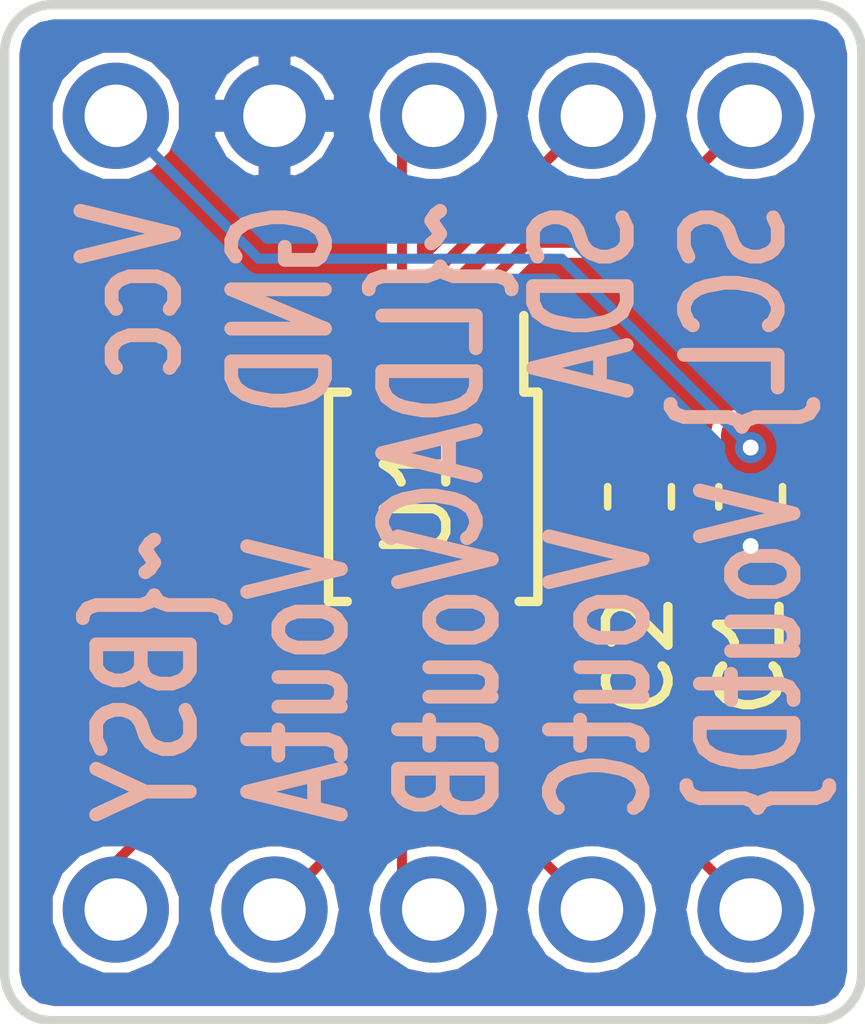
<source format=kicad_pcb>
(kicad_pcb (version 20171130) (host pcbnew 5.0.0)

  (general
    (thickness 1.6)
    (drawings 11)
    (tracks 34)
    (zones 0)
    (modules 5)
    (nets 11)
  )

  (page A4)
  (layers
    (0 F.Cu signal)
    (31 B.Cu signal)
    (32 B.Adhes user)
    (33 F.Adhes user)
    (34 B.Paste user)
    (35 F.Paste user)
    (36 B.SilkS user)
    (37 F.SilkS user)
    (38 B.Mask user)
    (39 F.Mask user)
    (40 Dwgs.User user)
    (41 Cmts.User user)
    (42 Eco1.User user)
    (43 Eco2.User user)
    (44 Edge.Cuts user)
    (45 Margin user)
    (46 B.CrtYd user)
    (47 F.CrtYd user)
    (48 B.Fab user)
    (49 F.Fab user hide)
  )

  (setup
    (last_trace_width 0.16)
    (trace_clearance 0.16)
    (zone_clearance 0.16)
    (zone_45_only no)
    (trace_min 0.16)
    (segment_width 0.2)
    (edge_width 0.15)
    (via_size 0.5)
    (via_drill 0.254)
    (via_min_size 0.4)
    (via_min_drill 0.254)
    (uvia_size 0.3)
    (uvia_drill 0.1)
    (uvias_allowed no)
    (uvia_min_size 0.2)
    (uvia_min_drill 0.1)
    (pcb_text_width 0.3)
    (pcb_text_size 1.5 1.5)
    (mod_edge_width 0.15)
    (mod_text_size 1 1)
    (mod_text_width 0.15)
    (pad_size 1.7 1.7)
    (pad_drill 1)
    (pad_to_mask_clearance 0.0508)
    (aux_axis_origin 0 0)
    (visible_elements FFFFFF7F)
    (pcbplotparams
      (layerselection 0x010fc_ffffffff)
      (usegerberextensions false)
      (usegerberattributes false)
      (usegerberadvancedattributes false)
      (creategerberjobfile false)
      (excludeedgelayer true)
      (linewidth 0.100000)
      (plotframeref false)
      (viasonmask false)
      (mode 1)
      (useauxorigin false)
      (hpglpennumber 1)
      (hpglpenspeed 20)
      (hpglpendiameter 15.000000)
      (psnegative false)
      (psa4output false)
      (plotreference true)
      (plotvalue true)
      (plotinvisibletext false)
      (padsonsilk false)
      (subtractmaskfromsilk false)
      (outputformat 1)
      (mirror false)
      (drillshape 0)
      (scaleselection 1)
      (outputdirectory "MCP4728-Breakout"))
  )

  (net 0 "")
  (net 1 /Vcc)
  (net 2 /GND)
  (net 3 /SDA)
  (net 4 /SCL)
  (net 5 /~BSY)
  (net 6 /VoutA)
  (net 7 /VoutB)
  (net 8 /VoutC)
  (net 9 /VoutD)
  (net 10 /~LDAC)

  (net_class Default "This is the default net class."
    (clearance 0.16)
    (trace_width 0.16)
    (via_dia 0.5)
    (via_drill 0.254)
    (uvia_dia 0.3)
    (uvia_drill 0.1)
    (add_net /GND)
    (add_net /SCL)
    (add_net /SDA)
    (add_net /Vcc)
    (add_net /VoutA)
    (add_net /VoutB)
    (add_net /VoutC)
    (add_net /VoutD)
    (add_net /~BSY)
    (add_net /~LDAC)
  )

  (module Connector_PinHeader_2.54mm:PinHeader_1x05_P2.54mm_Vertical (layer F.Cu) (tedit 5DEF439C) (tstamp 5DEF608F)
    (at 17.78 35.56 90)
    (descr "Through hole straight pin header, 1x05, 2.54mm pitch, single row")
    (tags "Through hole pin header THT 1x05 2.54mm single row")
    (path /5DEF4680)
    (fp_text reference J1 (at 0 -2.33 90) (layer F.SilkS) hide
      (effects (font (size 1 1) (thickness 0.15)))
    )
    (fp_text value Conn_01x05_Male (at 0 12.49 90) (layer F.Fab)
      (effects (font (size 1 1) (thickness 0.15)))
    )
    (fp_line (start -0.635 -1.27) (end 1.27 -1.27) (layer F.Fab) (width 0.1))
    (fp_line (start 1.27 -1.27) (end 1.27 11.43) (layer F.Fab) (width 0.1))
    (fp_line (start 1.27 11.43) (end -1.27 11.43) (layer F.Fab) (width 0.1))
    (fp_line (start -1.27 -0.635) (end -0.635 -1.27) (layer F.Fab) (width 0.1))
    (fp_line (start -1.8 -1.8) (end -1.8 11.95) (layer F.CrtYd) (width 0.05))
    (fp_line (start -1.8 11.95) (end 1.8 11.95) (layer F.CrtYd) (width 0.05))
    (fp_line (start 1.8 11.95) (end 1.8 -1.8) (layer F.CrtYd) (width 0.05))
    (fp_line (start 1.8 -1.8) (end -1.8 -1.8) (layer F.CrtYd) (width 0.05))
    (fp_text user %R (at 0 5.08 180) (layer F.Fab)
      (effects (font (size 1 1) (thickness 0.15)))
    )
    (pad 1 thru_hole circle (at 0 0 90) (size 1.7 1.7) (drill 1) (layers *.Cu *.Mask)
      (net 5 /~BSY))
    (pad 2 thru_hole oval (at 0 2.54 90) (size 1.7 1.7) (drill 1) (layers *.Cu *.Mask)
      (net 6 /VoutA))
    (pad 3 thru_hole oval (at 0 5.08 90) (size 1.7 1.7) (drill 1) (layers *.Cu *.Mask)
      (net 7 /VoutB))
    (pad 4 thru_hole oval (at 0 7.62 90) (size 1.7 1.7) (drill 1) (layers *.Cu *.Mask)
      (net 8 /VoutC))
    (pad 5 thru_hole oval (at 0 10.16 90) (size 1.7 1.7) (drill 1) (layers *.Cu *.Mask)
      (net 9 /VoutD))
    (model ${KISYS3DMOD}/Connector_PinHeader_2.54mm.3dshapes/PinHeader_1x05_P2.54mm_Vertical.wrl
      (at (xyz 0 0 0))
      (scale (xyz 1 1 1))
      (rotate (xyz 0 0 0))
    )
  )

  (module Connector_PinHeader_2.54mm:PinHeader_1x05_P2.54mm_Vertical (layer F.Cu) (tedit 5DEF437A) (tstamp 5DEF60A8)
    (at 17.78 22.86 90)
    (descr "Through hole straight pin header, 1x05, 2.54mm pitch, single row")
    (tags "Through hole pin header THT 1x05 2.54mm single row")
    (path /5DEF478E)
    (fp_text reference J2 (at 0 -2.33 90) (layer F.SilkS) hide
      (effects (font (size 1 1) (thickness 0.15)))
    )
    (fp_text value Conn_01x05_Male (at 0 12.49 90) (layer F.Fab)
      (effects (font (size 1 1) (thickness 0.15)))
    )
    (fp_text user %R (at 0 5.08 180) (layer F.Fab)
      (effects (font (size 1 1) (thickness 0.15)))
    )
    (fp_line (start 1.8 -1.8) (end -1.8 -1.8) (layer F.CrtYd) (width 0.05))
    (fp_line (start 1.8 11.95) (end 1.8 -1.8) (layer F.CrtYd) (width 0.05))
    (fp_line (start -1.8 11.95) (end 1.8 11.95) (layer F.CrtYd) (width 0.05))
    (fp_line (start -1.8 -1.8) (end -1.8 11.95) (layer F.CrtYd) (width 0.05))
    (fp_line (start -1.27 -0.635) (end -0.635 -1.27) (layer F.Fab) (width 0.1))
    (fp_line (start 1.27 11.43) (end -1.27 11.43) (layer F.Fab) (width 0.1))
    (fp_line (start 1.27 -1.27) (end 1.27 11.43) (layer F.Fab) (width 0.1))
    (fp_line (start -0.635 -1.27) (end 1.27 -1.27) (layer F.Fab) (width 0.1))
    (pad 5 thru_hole oval (at 0 10.16 90) (size 1.7 1.7) (drill 1) (layers *.Cu *.Mask)
      (net 4 /SCL))
    (pad 4 thru_hole oval (at 0 7.62 90) (size 1.7 1.7) (drill 1) (layers *.Cu *.Mask)
      (net 3 /SDA))
    (pad 3 thru_hole oval (at 0 5.08 90) (size 1.7 1.7) (drill 1) (layers *.Cu *.Mask)
      (net 10 /~LDAC))
    (pad 2 thru_hole oval (at 0 2.54 90) (size 1.7 1.7) (drill 1) (layers *.Cu *.Mask)
      (net 2 /GND))
    (pad 1 thru_hole circle (at 0 0 90) (size 1.7 1.7) (drill 1) (layers *.Cu *.Mask)
      (net 1 /Vcc))
    (model ${KISYS3DMOD}/Connector_PinHeader_2.54mm.3dshapes/PinHeader_1x05_P2.54mm_Vertical.wrl
      (at (xyz 0 0 0))
      (scale (xyz 1 1 1))
      (rotate (xyz 0 0 0))
    )
  )

  (module Capacitor_SMD:C_0603_1608Metric (layer F.Cu) (tedit 5DEF410F) (tstamp 5DEF6076)
    (at 27.94 28.956 270)
    (descr "Capacitor SMD 0603 (1608 Metric), square (rectangular) end terminal, IPC_7351 nominal, (Body size source: http://www.tortai-tech.com/upload/download/2011102023233369053.pdf), generated with kicad-footprint-generator")
    (tags capacitor)
    (path /5DEF41A2)
    (attr smd)
    (fp_text reference C1 (at 2.54 0 90) (layer F.SilkS)
      (effects (font (size 1 1) (thickness 0.15)))
    )
    (fp_text value 10uF (at 0 1.43 270) (layer F.Fab)
      (effects (font (size 1 1) (thickness 0.15)))
    )
    (fp_line (start -0.8 0.4) (end -0.8 -0.4) (layer F.Fab) (width 0.1))
    (fp_line (start -0.8 -0.4) (end 0.8 -0.4) (layer F.Fab) (width 0.1))
    (fp_line (start 0.8 -0.4) (end 0.8 0.4) (layer F.Fab) (width 0.1))
    (fp_line (start 0.8 0.4) (end -0.8 0.4) (layer F.Fab) (width 0.1))
    (fp_line (start -0.162779 -0.51) (end 0.162779 -0.51) (layer F.SilkS) (width 0.12))
    (fp_line (start -0.162779 0.51) (end 0.162779 0.51) (layer F.SilkS) (width 0.12))
    (fp_line (start -1.48 0.73) (end -1.48 -0.73) (layer F.CrtYd) (width 0.05))
    (fp_line (start -1.48 -0.73) (end 1.48 -0.73) (layer F.CrtYd) (width 0.05))
    (fp_line (start 1.48 -0.73) (end 1.48 0.73) (layer F.CrtYd) (width 0.05))
    (fp_line (start 1.48 0.73) (end -1.48 0.73) (layer F.CrtYd) (width 0.05))
    (fp_text user %R (at 0 0 270) (layer F.Fab)
      (effects (font (size 0.4 0.4) (thickness 0.06)))
    )
    (pad 1 smd roundrect (at -0.7875 0 270) (size 0.875 0.95) (layers F.Cu F.Paste F.Mask) (roundrect_rratio 0.25)
      (net 1 /Vcc))
    (pad 2 smd roundrect (at 0.7875 0 270) (size 0.875 0.95) (layers F.Cu F.Paste F.Mask) (roundrect_rratio 0.25)
      (net 2 /GND))
    (model ${KISYS3DMOD}/Capacitor_SMD.3dshapes/C_0603_1608Metric.wrl
      (at (xyz 0 0 0))
      (scale (xyz 1 1 1))
      (rotate (xyz 0 0 0))
    )
  )

  (module Package_SO:MSOP-10_3x3mm_P0.5mm (layer F.Cu) (tedit 5DEF411A) (tstamp 5DEF60C7)
    (at 22.86 28.956 270)
    (descr "10-Lead Plastic Micro Small Outline Package (MS) [MSOP] (see Microchip Packaging Specification 00000049BS.pdf)")
    (tags "SSOP 0.5")
    (path /5DEF3CBD)
    (attr smd)
    (fp_text reference U1 (at 0 0.254 270) (layer F.SilkS)
      (effects (font (size 1 1) (thickness 0.15)))
    )
    (fp_text value MCP4728 (at 0 2.6 270) (layer F.Fab)
      (effects (font (size 1 1) (thickness 0.15)))
    )
    (fp_line (start -0.5 -1.5) (end 1.5 -1.5) (layer F.Fab) (width 0.15))
    (fp_line (start 1.5 -1.5) (end 1.5 1.5) (layer F.Fab) (width 0.15))
    (fp_line (start 1.5 1.5) (end -1.5 1.5) (layer F.Fab) (width 0.15))
    (fp_line (start -1.5 1.5) (end -1.5 -0.5) (layer F.Fab) (width 0.15))
    (fp_line (start -1.5 -0.5) (end -0.5 -1.5) (layer F.Fab) (width 0.15))
    (fp_line (start -3.15 -1.85) (end -3.15 1.85) (layer F.CrtYd) (width 0.05))
    (fp_line (start 3.15 -1.85) (end 3.15 1.85) (layer F.CrtYd) (width 0.05))
    (fp_line (start -3.15 -1.85) (end 3.15 -1.85) (layer F.CrtYd) (width 0.05))
    (fp_line (start -3.15 1.85) (end 3.15 1.85) (layer F.CrtYd) (width 0.05))
    (fp_line (start -1.675 -1.675) (end -1.675 -1.45) (layer F.SilkS) (width 0.15))
    (fp_line (start 1.675 -1.675) (end 1.675 -1.375) (layer F.SilkS) (width 0.15))
    (fp_line (start 1.675 1.675) (end 1.675 1.375) (layer F.SilkS) (width 0.15))
    (fp_line (start -1.675 1.675) (end -1.675 1.375) (layer F.SilkS) (width 0.15))
    (fp_line (start -1.675 -1.675) (end 1.675 -1.675) (layer F.SilkS) (width 0.15))
    (fp_line (start -1.675 1.675) (end 1.675 1.675) (layer F.SilkS) (width 0.15))
    (fp_line (start -1.675 -1.45) (end -2.9 -1.45) (layer F.SilkS) (width 0.15))
    (fp_text user %R (at 0 0 270) (layer F.Fab)
      (effects (font (size 0.6 0.6) (thickness 0.15)))
    )
    (pad 1 smd rect (at -2.2 -1 270) (size 1.4 0.3) (layers F.Cu F.Paste F.Mask)
      (net 1 /Vcc))
    (pad 2 smd rect (at -2.2 -0.5 270) (size 1.4 0.3) (layers F.Cu F.Paste F.Mask)
      (net 4 /SCL))
    (pad 3 smd rect (at -2.2 0 270) (size 1.4 0.3) (layers F.Cu F.Paste F.Mask)
      (net 3 /SDA))
    (pad 4 smd rect (at -2.2 0.5 270) (size 1.4 0.3) (layers F.Cu F.Paste F.Mask)
      (net 10 /~LDAC))
    (pad 5 smd rect (at -2.2 1 270) (size 1.4 0.3) (layers F.Cu F.Paste F.Mask)
      (net 5 /~BSY))
    (pad 6 smd rect (at 2.2 1 270) (size 1.4 0.3) (layers F.Cu F.Paste F.Mask)
      (net 6 /VoutA))
    (pad 7 smd rect (at 2.2 0.5 270) (size 1.4 0.3) (layers F.Cu F.Paste F.Mask)
      (net 7 /VoutB))
    (pad 8 smd rect (at 2.2 0 270) (size 1.4 0.3) (layers F.Cu F.Paste F.Mask)
      (net 8 /VoutC))
    (pad 9 smd rect (at 2.2 -0.5 270) (size 1.4 0.3) (layers F.Cu F.Paste F.Mask)
      (net 9 /VoutD))
    (pad 10 smd rect (at 2.2 -1 270) (size 1.4 0.3) (layers F.Cu F.Paste F.Mask)
      (net 2 /GND))
    (model ${KISYS3DMOD}/Package_SO.3dshapes/MSOP-10_3x3mm_P0.5mm.wrl
      (at (xyz 0 0 0))
      (scale (xyz 1 1 1))
      (rotate (xyz 0 0 0))
    )
  )

  (module Capacitor_SMD:C_0603_1608Metric (layer F.Cu) (tedit 5DEF4112) (tstamp 5DEF75FD)
    (at 26.162 28.956 270)
    (descr "Capacitor SMD 0603 (1608 Metric), square (rectangular) end terminal, IPC_7351 nominal, (Body size source: http://www.tortai-tech.com/upload/download/2011102023233369053.pdf), generated with kicad-footprint-generator")
    (tags capacitor)
    (path /5D1C4E71)
    (attr smd)
    (fp_text reference C2 (at 2.54 0 270) (layer F.SilkS)
      (effects (font (size 1 1) (thickness 0.15)))
    )
    (fp_text value 1uF (at 0 1.43 270) (layer F.Fab)
      (effects (font (size 1 1) (thickness 0.15)))
    )
    (fp_line (start -0.8 0.4) (end -0.8 -0.4) (layer F.Fab) (width 0.1))
    (fp_line (start -0.8 -0.4) (end 0.8 -0.4) (layer F.Fab) (width 0.1))
    (fp_line (start 0.8 -0.4) (end 0.8 0.4) (layer F.Fab) (width 0.1))
    (fp_line (start 0.8 0.4) (end -0.8 0.4) (layer F.Fab) (width 0.1))
    (fp_line (start -0.162779 -0.51) (end 0.162779 -0.51) (layer F.SilkS) (width 0.12))
    (fp_line (start -0.162779 0.51) (end 0.162779 0.51) (layer F.SilkS) (width 0.12))
    (fp_line (start -1.48 0.73) (end -1.48 -0.73) (layer F.CrtYd) (width 0.05))
    (fp_line (start -1.48 -0.73) (end 1.48 -0.73) (layer F.CrtYd) (width 0.05))
    (fp_line (start 1.48 -0.73) (end 1.48 0.73) (layer F.CrtYd) (width 0.05))
    (fp_line (start 1.48 0.73) (end -1.48 0.73) (layer F.CrtYd) (width 0.05))
    (fp_text user %R (at 0 0 270) (layer F.Fab)
      (effects (font (size 0.4 0.4) (thickness 0.06)))
    )
    (pad 1 smd roundrect (at -0.7875 0 270) (size 0.875 0.95) (layers F.Cu F.Paste F.Mask) (roundrect_rratio 0.25)
      (net 1 /Vcc))
    (pad 2 smd roundrect (at 0.7875 0 270) (size 0.875 0.95) (layers F.Cu F.Paste F.Mask) (roundrect_rratio 0.25)
      (net 2 /GND))
    (model ${KISYS3DMOD}/Capacitor_SMD.3dshapes/C_0603_1608Metric.wrl
      (at (xyz 0 0 0))
      (scale (xyz 1 1 1))
      (rotate (xyz 0 0 0))
    )
  )

  (gr_text "Vcc\nGND\n~LDAC\nSDA\nSCL" (at 22.86 24.13 90) (layer B.SilkS) (tstamp 5DEFA318)
    (effects (font (size 1.5 1.1) (thickness 0.22)) (justify left mirror))
  )
  (gr_line (start 28.956 37.338) (end 16.764 37.338) (angle 90) (layer Edge.Cuts) (width 0.15))
  (gr_line (start 16.764 21.082) (end 28.956 21.082) (angle 90) (layer Edge.Cuts) (width 0.15))
  (gr_text MCP4728 (at 17.272 28.956 90) (layer F.Mask)
    (effects (font (size 1 1) (thickness 0.2)))
  )
  (gr_text "~BSY\nVoutA\nVoutB\nVoutC\nVoutD" (at 23.114 34.29 90) (layer B.SilkS)
    (effects (font (size 1.5 1.1) (thickness 0.22)) (justify right mirror))
  )
  (gr_line (start 16.002 36.576) (end 16.002 21.844) (angle 90) (layer Edge.Cuts) (width 0.15))
  (gr_line (start 29.718 21.844) (end 29.718 36.576) (angle 90) (layer Edge.Cuts) (width 0.15))
  (gr_arc (start 16.764 21.844) (end 16.002 21.844) (angle 90) (layer Edge.Cuts) (width 0.15))
  (gr_arc (start 28.956 21.844) (end 28.956 21.082) (angle 90) (layer Edge.Cuts) (width 0.15))
  (gr_arc (start 16.764 36.576) (end 16.764 37.338) (angle 90) (layer Edge.Cuts) (width 0.15))
  (gr_arc (start 28.956 36.576) (end 29.718 36.576) (angle 90) (layer Edge.Cuts) (width 0.15))

  (segment (start 26.162 28.1685) (end 27.94 28.1685) (width 0.16) (layer F.Cu) (net 1) (status C00000))
  (segment (start 20.066 25.146) (end 17.78 22.86) (width 0.16) (layer B.Cu) (net 1) (tstamp 5DEFA356) (status 800000))
  (segment (start 24.9175 25.146) (end 20.066 25.146) (width 0.16) (layer B.Cu) (net 1) (tstamp 5DEFA354))
  (segment (start 27.94 28.1685) (end 24.9175 25.146) (width 0.16) (layer B.Cu) (net 1) (tstamp 5DEFA353) (status 400000))
  (via (at 27.94 28.1685) (size 0.5) (drill 0.254) (layers F.Cu B.Cu) (net 1) (status C00000))
  (segment (start 26.162 28.1685) (end 24.7495 26.756) (width 0.16) (layer F.Cu) (net 1) (tstamp 5DEFA34A) (status 400000))
  (segment (start 24.7495 26.756) (end 23.86 26.756) (width 0.16) (layer F.Cu) (net 1) (tstamp 5DEFA34B) (status 800000))
  (segment (start 27.94 29.7435) (end 26.162 29.7435) (width 0.16) (layer F.Cu) (net 2) (status C00000))
  (segment (start 26.162 29.7435) (end 24.7495 31.156) (width 0.16) (layer F.Cu) (net 2) (tstamp 5DEFA345) (status 400000))
  (segment (start 24.7495 31.156) (end 23.86 31.156) (width 0.16) (layer F.Cu) (net 2) (tstamp 5DEFA346) (status 800000))
  (via (at 27.94 29.7435) (size 0.5) (drill 0.254) (layers F.Cu B.Cu) (net 2) (status C00000))
  (segment (start 27.94 29.7435) (end 27.94 29.718) (width 0.16) (layer B.Cu) (net 2) (tstamp 5DEFA362) (status 400000))
  (segment (start 22.86 26.756) (end 22.86 25.4) (width 0.16) (layer F.Cu) (net 3) (status 400000))
  (segment (start 22.86 25.4) (end 25.4 22.86) (width 0.16) (layer F.Cu) (net 3) (tstamp 5DEFA33E) (status 800000))
  (segment (start 23.36 26.756) (end 23.36 25.916) (width 0.16) (layer F.Cu) (net 4) (status 400000))
  (segment (start 25.908 24.892) (end 27.94 22.86) (width 0.16) (layer F.Cu) (net 4) (tstamp 5DEFA33A) (status 800000))
  (segment (start 24.384 24.892) (end 25.908 24.892) (width 0.16) (layer F.Cu) (net 4) (tstamp 5DEFA338))
  (segment (start 23.36 25.916) (end 24.384 24.892) (width 0.16) (layer F.Cu) (net 4) (tstamp 5DEFA337))
  (segment (start 17.78 35.56) (end 17.78 34.798) (width 0.16) (layer F.Cu) (net 5) (status C00000))
  (segment (start 20.828 27.788) (end 21.86 26.756) (width 0.16) (layer F.Cu) (net 5) (tstamp 5DEFA5F8) (status 800000))
  (segment (start 20.828 31.75) (end 20.828 27.788) (width 0.16) (layer F.Cu) (net 5) (tstamp 5DEFA5F6))
  (segment (start 17.78 34.798) (end 20.828 31.75) (width 0.16) (layer F.Cu) (net 5) (tstamp 5DEFA5F4) (status 400000))
  (segment (start 21.86 31.156) (end 21.86 34.02) (width 0.16) (layer F.Cu) (net 6) (status 400000))
  (segment (start 21.86 34.02) (end 20.32 35.56) (width 0.16) (layer F.Cu) (net 6) (tstamp 5DEFA323) (status 800000))
  (segment (start 22.36 31.156) (end 22.36 35.06) (width 0.16) (layer F.Cu) (net 7) (status C00000))
  (segment (start 22.36 35.06) (end 22.86 35.56) (width 0.16) (layer F.Cu) (net 7) (tstamp 5DEFA327) (status C00000))
  (segment (start 22.86 31.156) (end 22.86 33.02) (width 0.16) (layer F.Cu) (net 8) (status 400000))
  (segment (start 22.86 33.02) (end 25.4 35.56) (width 0.16) (layer F.Cu) (net 8) (tstamp 5DEFA32A) (status 800000))
  (segment (start 23.36 31.156) (end 23.36 32.758) (width 0.16) (layer F.Cu) (net 9) (status 400000))
  (segment (start 26.67 34.29) (end 27.94 35.56) (width 0.16) (layer F.Cu) (net 9) (tstamp 5DEFA332) (status 800000))
  (segment (start 24.892 34.29) (end 26.67 34.29) (width 0.16) (layer F.Cu) (net 9) (tstamp 5DEFA330))
  (segment (start 23.36 32.758) (end 24.892 34.29) (width 0.16) (layer F.Cu) (net 9) (tstamp 5DEFA32E))
  (segment (start 22.36 26.756) (end 22.36 23.36) (width 0.16) (layer F.Cu) (net 10) (status C00000))
  (segment (start 22.36 23.36) (end 22.86 22.86) (width 0.16) (layer F.Cu) (net 10) (tstamp 5DEFA342) (status C00000))

  (zone (net 2) (net_name /GND) (layer B.Cu) (tstamp 5DEFA5E3) (hatch edge 0.508)
    (connect_pads (clearance 0.16))
    (min_thickness 0.16)
    (fill yes (arc_segments 16) (thermal_gap 0.16) (thermal_bridge_width 0.508))
    (polygon
      (pts
        (xy 29.718 21.082) (xy 16.002 21.082) (xy 16.002 37.338) (xy 29.718 37.338)
      )
    )
    (filled_polygon
      (pts
        (xy 29.124697 21.436727) (xy 29.267713 21.532287) (xy 29.363273 21.675303) (xy 29.403 21.875024) (xy 29.403001 36.544971)
        (xy 29.363273 36.744697) (xy 29.267713 36.887713) (xy 29.124697 36.983273) (xy 28.924976 37.023) (xy 16.795024 37.023)
        (xy 16.595303 36.983273) (xy 16.452287 36.887713) (xy 16.356727 36.744697) (xy 16.317 36.544976) (xy 16.317 35.343186)
        (xy 16.69 35.343186) (xy 16.69 35.776814) (xy 16.855943 36.177435) (xy 17.162565 36.484057) (xy 17.563186 36.65)
        (xy 17.996814 36.65) (xy 18.397435 36.484057) (xy 18.704057 36.177435) (xy 18.87 35.776814) (xy 18.87 35.56)
        (xy 19.208646 35.56) (xy 19.293243 35.985297) (xy 19.534154 36.345846) (xy 19.894703 36.586757) (xy 20.212646 36.65)
        (xy 20.427354 36.65) (xy 20.745297 36.586757) (xy 21.105846 36.345846) (xy 21.346757 35.985297) (xy 21.431354 35.56)
        (xy 21.748646 35.56) (xy 21.833243 35.985297) (xy 22.074154 36.345846) (xy 22.434703 36.586757) (xy 22.752646 36.65)
        (xy 22.967354 36.65) (xy 23.285297 36.586757) (xy 23.645846 36.345846) (xy 23.886757 35.985297) (xy 23.971354 35.56)
        (xy 24.288646 35.56) (xy 24.373243 35.985297) (xy 24.614154 36.345846) (xy 24.974703 36.586757) (xy 25.292646 36.65)
        (xy 25.507354 36.65) (xy 25.825297 36.586757) (xy 26.185846 36.345846) (xy 26.426757 35.985297) (xy 26.511354 35.56)
        (xy 26.828646 35.56) (xy 26.913243 35.985297) (xy 27.154154 36.345846) (xy 27.514703 36.586757) (xy 27.832646 36.65)
        (xy 28.047354 36.65) (xy 28.365297 36.586757) (xy 28.725846 36.345846) (xy 28.966757 35.985297) (xy 29.051354 35.56)
        (xy 28.966757 35.134703) (xy 28.725846 34.774154) (xy 28.365297 34.533243) (xy 28.047354 34.47) (xy 27.832646 34.47)
        (xy 27.514703 34.533243) (xy 27.154154 34.774154) (xy 26.913243 35.134703) (xy 26.828646 35.56) (xy 26.511354 35.56)
        (xy 26.426757 35.134703) (xy 26.185846 34.774154) (xy 25.825297 34.533243) (xy 25.507354 34.47) (xy 25.292646 34.47)
        (xy 24.974703 34.533243) (xy 24.614154 34.774154) (xy 24.373243 35.134703) (xy 24.288646 35.56) (xy 23.971354 35.56)
        (xy 23.886757 35.134703) (xy 23.645846 34.774154) (xy 23.285297 34.533243) (xy 22.967354 34.47) (xy 22.752646 34.47)
        (xy 22.434703 34.533243) (xy 22.074154 34.774154) (xy 21.833243 35.134703) (xy 21.748646 35.56) (xy 21.431354 35.56)
        (xy 21.346757 35.134703) (xy 21.105846 34.774154) (xy 20.745297 34.533243) (xy 20.427354 34.47) (xy 20.212646 34.47)
        (xy 19.894703 34.533243) (xy 19.534154 34.774154) (xy 19.293243 35.134703) (xy 19.208646 35.56) (xy 18.87 35.56)
        (xy 18.87 35.343186) (xy 18.704057 34.942565) (xy 18.397435 34.635943) (xy 17.996814 34.47) (xy 17.563186 34.47)
        (xy 17.162565 34.635943) (xy 16.855943 34.942565) (xy 16.69 35.343186) (xy 16.317 35.343186) (xy 16.317 22.643186)
        (xy 16.69 22.643186) (xy 16.69 23.076814) (xy 16.855943 23.477435) (xy 17.162565 23.784057) (xy 17.563186 23.95)
        (xy 17.996814 23.95) (xy 18.29425 23.826798) (xy 19.817442 25.349991) (xy 19.835293 25.376707) (xy 19.941142 25.447433)
        (xy 20.034484 25.466) (xy 20.034487 25.466) (xy 20.065999 25.472268) (xy 20.097511 25.466) (xy 24.784953 25.466)
        (xy 27.45 28.131048) (xy 27.45 28.265967) (xy 27.524598 28.446063) (xy 27.662437 28.583902) (xy 27.842533 28.6585)
        (xy 28.037467 28.6585) (xy 28.217563 28.583902) (xy 28.355402 28.446063) (xy 28.43 28.265967) (xy 28.43 28.071033)
        (xy 28.355402 27.890937) (xy 28.217563 27.753098) (xy 28.037467 27.6785) (xy 27.902548 27.6785) (xy 25.166062 24.942015)
        (xy 25.148207 24.915293) (xy 25.042358 24.844567) (xy 24.949016 24.826) (xy 24.949012 24.826) (xy 24.9175 24.819732)
        (xy 24.885988 24.826) (xy 20.198549 24.826) (xy 18.746798 23.37425) (xy 18.818896 23.200188) (xy 19.284427 23.200188)
        (xy 19.49344 23.570589) (xy 19.828289 23.832809) (xy 19.979815 23.895555) (xy 20.146 23.875197) (xy 20.146 23.034)
        (xy 20.494 23.034) (xy 20.494 23.875197) (xy 20.660185 23.895555) (xy 20.811711 23.832809) (xy 21.14656 23.570589)
        (xy 21.355573 23.200188) (xy 21.33604 23.034) (xy 20.494 23.034) (xy 20.146 23.034) (xy 19.30396 23.034)
        (xy 19.284427 23.200188) (xy 18.818896 23.200188) (xy 18.87 23.076814) (xy 18.87 22.86) (xy 21.748646 22.86)
        (xy 21.833243 23.285297) (xy 22.074154 23.645846) (xy 22.434703 23.886757) (xy 22.752646 23.95) (xy 22.967354 23.95)
        (xy 23.285297 23.886757) (xy 23.645846 23.645846) (xy 23.886757 23.285297) (xy 23.971354 22.86) (xy 24.288646 22.86)
        (xy 24.373243 23.285297) (xy 24.614154 23.645846) (xy 24.974703 23.886757) (xy 25.292646 23.95) (xy 25.507354 23.95)
        (xy 25.825297 23.886757) (xy 26.185846 23.645846) (xy 26.426757 23.285297) (xy 26.511354 22.86) (xy 26.828646 22.86)
        (xy 26.913243 23.285297) (xy 27.154154 23.645846) (xy 27.514703 23.886757) (xy 27.832646 23.95) (xy 28.047354 23.95)
        (xy 28.365297 23.886757) (xy 28.725846 23.645846) (xy 28.966757 23.285297) (xy 29.051354 22.86) (xy 28.966757 22.434703)
        (xy 28.725846 22.074154) (xy 28.365297 21.833243) (xy 28.047354 21.77) (xy 27.832646 21.77) (xy 27.514703 21.833243)
        (xy 27.154154 22.074154) (xy 26.913243 22.434703) (xy 26.828646 22.86) (xy 26.511354 22.86) (xy 26.426757 22.434703)
        (xy 26.185846 22.074154) (xy 25.825297 21.833243) (xy 25.507354 21.77) (xy 25.292646 21.77) (xy 24.974703 21.833243)
        (xy 24.614154 22.074154) (xy 24.373243 22.434703) (xy 24.288646 22.86) (xy 23.971354 22.86) (xy 23.886757 22.434703)
        (xy 23.645846 22.074154) (xy 23.285297 21.833243) (xy 22.967354 21.77) (xy 22.752646 21.77) (xy 22.434703 21.833243)
        (xy 22.074154 22.074154) (xy 21.833243 22.434703) (xy 21.748646 22.86) (xy 18.87 22.86) (xy 18.87 22.643186)
        (xy 18.818897 22.519812) (xy 19.284427 22.519812) (xy 19.30396 22.686) (xy 20.146 22.686) (xy 20.146 21.844803)
        (xy 20.494 21.844803) (xy 20.494 22.686) (xy 21.33604 22.686) (xy 21.355573 22.519812) (xy 21.14656 22.149411)
        (xy 20.811711 21.887191) (xy 20.660185 21.824445) (xy 20.494 21.844803) (xy 20.146 21.844803) (xy 19.979815 21.824445)
        (xy 19.828289 21.887191) (xy 19.49344 22.149411) (xy 19.284427 22.519812) (xy 18.818897 22.519812) (xy 18.704057 22.242565)
        (xy 18.397435 21.935943) (xy 17.996814 21.77) (xy 17.563186 21.77) (xy 17.162565 21.935943) (xy 16.855943 22.242565)
        (xy 16.69 22.643186) (xy 16.317 22.643186) (xy 16.317 21.875024) (xy 16.356727 21.675303) (xy 16.452287 21.532287)
        (xy 16.595303 21.436727) (xy 16.795024 21.397) (xy 28.924976 21.397)
      )
    )
  )
  (zone (net 2) (net_name /GND) (layer F.Cu) (tstamp 5DEFA5E0) (hatch edge 0.508)
    (connect_pads (clearance 0.16))
    (min_thickness 0.16)
    (fill yes (arc_segments 16) (thermal_gap 0.16) (thermal_bridge_width 0.508))
    (polygon
      (pts
        (xy 29.718 21.082) (xy 16.002 21.082) (xy 16.002 37.338) (xy 29.718 37.338)
      )
    )
    (filled_polygon
      (pts
        (xy 29.124697 21.436727) (xy 29.267713 21.532287) (xy 29.363273 21.675303) (xy 29.403 21.875024) (xy 29.403001 36.544971)
        (xy 29.363273 36.744697) (xy 29.267713 36.887713) (xy 29.124697 36.983273) (xy 28.924976 37.023) (xy 16.795024 37.023)
        (xy 16.595303 36.983273) (xy 16.452287 36.887713) (xy 16.356727 36.744697) (xy 16.317 36.544976) (xy 16.317 35.343186)
        (xy 16.69 35.343186) (xy 16.69 35.776814) (xy 16.855943 36.177435) (xy 17.162565 36.484057) (xy 17.563186 36.65)
        (xy 17.996814 36.65) (xy 18.397435 36.484057) (xy 18.704057 36.177435) (xy 18.87 35.776814) (xy 18.87 35.56)
        (xy 19.208646 35.56) (xy 19.293243 35.985297) (xy 19.534154 36.345846) (xy 19.894703 36.586757) (xy 20.212646 36.65)
        (xy 20.427354 36.65) (xy 20.745297 36.586757) (xy 21.105846 36.345846) (xy 21.346757 35.985297) (xy 21.431354 35.56)
        (xy 21.346757 35.134703) (xy 21.287111 35.045436) (xy 22.040001 34.292547) (xy 22.040001 34.825268) (xy 21.833243 35.134703)
        (xy 21.748646 35.56) (xy 21.833243 35.985297) (xy 22.074154 36.345846) (xy 22.434703 36.586757) (xy 22.752646 36.65)
        (xy 22.967354 36.65) (xy 23.285297 36.586757) (xy 23.645846 36.345846) (xy 23.886757 35.985297) (xy 23.971354 35.56)
        (xy 23.886757 35.134703) (xy 23.645846 34.774154) (xy 23.285297 34.533243) (xy 22.967354 34.47) (xy 22.752646 34.47)
        (xy 22.68 34.48445) (xy 22.68 33.292547) (xy 24.432889 35.045437) (xy 24.373243 35.134703) (xy 24.288646 35.56)
        (xy 24.373243 35.985297) (xy 24.614154 36.345846) (xy 24.974703 36.586757) (xy 25.292646 36.65) (xy 25.507354 36.65)
        (xy 25.825297 36.586757) (xy 26.185846 36.345846) (xy 26.426757 35.985297) (xy 26.511354 35.56) (xy 26.426757 35.134703)
        (xy 26.185846 34.774154) (xy 25.940172 34.61) (xy 26.537453 34.61) (xy 26.972889 35.045437) (xy 26.913243 35.134703)
        (xy 26.828646 35.56) (xy 26.913243 35.985297) (xy 27.154154 36.345846) (xy 27.514703 36.586757) (xy 27.832646 36.65)
        (xy 28.047354 36.65) (xy 28.365297 36.586757) (xy 28.725846 36.345846) (xy 28.966757 35.985297) (xy 29.051354 35.56)
        (xy 28.966757 35.134703) (xy 28.725846 34.774154) (xy 28.365297 34.533243) (xy 28.047354 34.47) (xy 27.832646 34.47)
        (xy 27.514703 34.533243) (xy 27.425437 34.592889) (xy 26.918562 34.086015) (xy 26.900707 34.059293) (xy 26.794858 33.988567)
        (xy 26.701516 33.97) (xy 26.701512 33.97) (xy 26.67 33.963732) (xy 26.638488 33.97) (xy 25.024549 33.97)
        (xy 23.68 32.625453) (xy 23.68 32.096) (xy 23.725 32.096) (xy 23.785 32.036) (xy 23.785 31.33)
        (xy 23.935 31.33) (xy 23.935 32.036) (xy 23.995 32.096) (xy 24.057739 32.096) (xy 24.145949 32.059462)
        (xy 24.213462 31.991949) (xy 24.25 31.903739) (xy 24.25 31.39) (xy 24.19 31.33) (xy 23.935 31.33)
        (xy 23.785 31.33) (xy 23.754701 31.33) (xy 23.754701 30.982) (xy 23.785 30.982) (xy 23.785 30.276)
        (xy 23.935 30.276) (xy 23.935 30.982) (xy 24.19 30.982) (xy 24.25 30.922) (xy 24.25 30.408261)
        (xy 24.213462 30.320051) (xy 24.145949 30.252538) (xy 24.057739 30.216) (xy 23.995 30.216) (xy 23.935 30.276)
        (xy 23.785 30.276) (xy 23.725 30.216) (xy 23.662261 30.216) (xy 23.613209 30.236318) (xy 23.603643 30.229926)
        (xy 23.51 30.211299) (xy 23.21 30.211299) (xy 23.116357 30.229926) (xy 23.11 30.234174) (xy 23.103643 30.229926)
        (xy 23.01 30.211299) (xy 22.71 30.211299) (xy 22.616357 30.229926) (xy 22.61 30.234174) (xy 22.603643 30.229926)
        (xy 22.51 30.211299) (xy 22.21 30.211299) (xy 22.116357 30.229926) (xy 22.11 30.234174) (xy 22.103643 30.229926)
        (xy 22.01 30.211299) (xy 21.71 30.211299) (xy 21.616357 30.229926) (xy 21.53697 30.28297) (xy 21.483926 30.362357)
        (xy 21.465299 30.456) (xy 21.465299 31.856) (xy 21.483926 31.949643) (xy 21.53697 32.02903) (xy 21.54 32.031055)
        (xy 21.540001 33.887451) (xy 20.834564 34.592889) (xy 20.745297 34.533243) (xy 20.427354 34.47) (xy 20.212646 34.47)
        (xy 19.894703 34.533243) (xy 19.534154 34.774154) (xy 19.293243 35.134703) (xy 19.208646 35.56) (xy 18.87 35.56)
        (xy 18.87 35.343186) (xy 18.704057 34.942565) (xy 18.397435 34.635943) (xy 18.395433 34.635114) (xy 21.031988 31.99856)
        (xy 21.058707 31.980707) (xy 21.129433 31.874858) (xy 21.148 31.781516) (xy 21.148 31.781515) (xy 21.154269 31.75)
        (xy 21.148 31.718484) (xy 21.148 29.9775) (xy 25.447 29.9775) (xy 25.447 30.228739) (xy 25.483538 30.316949)
        (xy 25.551051 30.384462) (xy 25.639261 30.421) (xy 25.928 30.421) (xy 25.988 30.361) (xy 25.988 29.9175)
        (xy 26.336 29.9175) (xy 26.336 30.361) (xy 26.396 30.421) (xy 26.684739 30.421) (xy 26.772949 30.384462)
        (xy 26.840462 30.316949) (xy 26.877 30.228739) (xy 26.877 29.9775) (xy 27.225 29.9775) (xy 27.225 30.228739)
        (xy 27.261538 30.316949) (xy 27.329051 30.384462) (xy 27.417261 30.421) (xy 27.706 30.421) (xy 27.766 30.361)
        (xy 27.766 29.9175) (xy 28.114 29.9175) (xy 28.114 30.361) (xy 28.174 30.421) (xy 28.462739 30.421)
        (xy 28.550949 30.384462) (xy 28.618462 30.316949) (xy 28.655 30.228739) (xy 28.655 29.9775) (xy 28.595 29.9175)
        (xy 28.114 29.9175) (xy 27.766 29.9175) (xy 27.285 29.9175) (xy 27.225 29.9775) (xy 26.877 29.9775)
        (xy 26.817 29.9175) (xy 26.336 29.9175) (xy 25.988 29.9175) (xy 25.507 29.9175) (xy 25.447 29.9775)
        (xy 21.148 29.9775) (xy 21.148 29.258261) (xy 25.447 29.258261) (xy 25.447 29.5095) (xy 25.507 29.5695)
        (xy 25.988 29.5695) (xy 25.988 29.126) (xy 26.336 29.126) (xy 26.336 29.5695) (xy 26.817 29.5695)
        (xy 26.877 29.5095) (xy 26.877 29.258261) (xy 27.225 29.258261) (xy 27.225 29.5095) (xy 27.285 29.5695)
        (xy 27.766 29.5695) (xy 27.766 29.126) (xy 28.114 29.126) (xy 28.114 29.5695) (xy 28.595 29.5695)
        (xy 28.655 29.5095) (xy 28.655 29.258261) (xy 28.618462 29.170051) (xy 28.550949 29.102538) (xy 28.462739 29.066)
        (xy 28.174 29.066) (xy 28.114 29.126) (xy 27.766 29.126) (xy 27.706 29.066) (xy 27.417261 29.066)
        (xy 27.329051 29.102538) (xy 27.261538 29.170051) (xy 27.225 29.258261) (xy 26.877 29.258261) (xy 26.840462 29.170051)
        (xy 26.772949 29.102538) (xy 26.684739 29.066) (xy 26.396 29.066) (xy 26.336 29.126) (xy 25.988 29.126)
        (xy 25.928 29.066) (xy 25.639261 29.066) (xy 25.551051 29.102538) (xy 25.483538 29.170051) (xy 25.447 29.258261)
        (xy 21.148 29.258261) (xy 21.148 27.920547) (xy 21.497936 27.570611) (xy 21.53697 27.62903) (xy 21.616357 27.682074)
        (xy 21.71 27.700701) (xy 22.01 27.700701) (xy 22.103643 27.682074) (xy 22.11 27.677826) (xy 22.116357 27.682074)
        (xy 22.21 27.700701) (xy 22.51 27.700701) (xy 22.603643 27.682074) (xy 22.61 27.677826) (xy 22.616357 27.682074)
        (xy 22.71 27.700701) (xy 23.01 27.700701) (xy 23.103643 27.682074) (xy 23.11 27.677826) (xy 23.116357 27.682074)
        (xy 23.21 27.700701) (xy 23.51 27.700701) (xy 23.603643 27.682074) (xy 23.61 27.677826) (xy 23.616357 27.682074)
        (xy 23.71 27.700701) (xy 24.01 27.700701) (xy 24.103643 27.682074) (xy 24.18303 27.62903) (xy 24.236074 27.549643)
        (xy 24.254701 27.456) (xy 24.254701 27.076) (xy 24.616953 27.076) (xy 25.45033 27.909377) (xy 25.442299 27.94975)
        (xy 25.442299 28.38725) (xy 25.477577 28.564605) (xy 25.578041 28.714959) (xy 25.728395 28.815423) (xy 25.90575 28.850701)
        (xy 26.41825 28.850701) (xy 26.595605 28.815423) (xy 26.745959 28.714959) (xy 26.846423 28.564605) (xy 26.861561 28.4885)
        (xy 27.240439 28.4885) (xy 27.255577 28.564605) (xy 27.356041 28.714959) (xy 27.506395 28.815423) (xy 27.68375 28.850701)
        (xy 28.19625 28.850701) (xy 28.373605 28.815423) (xy 28.523959 28.714959) (xy 28.624423 28.564605) (xy 28.659701 28.38725)
        (xy 28.659701 27.94975) (xy 28.624423 27.772395) (xy 28.523959 27.622041) (xy 28.373605 27.521577) (xy 28.19625 27.486299)
        (xy 27.68375 27.486299) (xy 27.506395 27.521577) (xy 27.356041 27.622041) (xy 27.255577 27.772395) (xy 27.240439 27.8485)
        (xy 26.861561 27.8485) (xy 26.846423 27.772395) (xy 26.745959 27.622041) (xy 26.595605 27.521577) (xy 26.41825 27.486299)
        (xy 25.932347 27.486299) (xy 24.998062 26.552015) (xy 24.980207 26.525293) (xy 24.874358 26.454567) (xy 24.781016 26.436)
        (xy 24.781012 26.436) (xy 24.7495 26.429732) (xy 24.717988 26.436) (xy 24.254701 26.436) (xy 24.254701 26.056)
        (xy 24.236074 25.962357) (xy 24.18303 25.88297) (xy 24.103643 25.829926) (xy 24.01 25.811299) (xy 23.917248 25.811299)
        (xy 24.516548 25.212) (xy 25.876488 25.212) (xy 25.908 25.218268) (xy 25.939512 25.212) (xy 25.939516 25.212)
        (xy 26.032858 25.193433) (xy 26.138707 25.122707) (xy 26.156562 25.095985) (xy 27.425437 23.827111) (xy 27.514703 23.886757)
        (xy 27.832646 23.95) (xy 28.047354 23.95) (xy 28.365297 23.886757) (xy 28.725846 23.645846) (xy 28.966757 23.285297)
        (xy 29.051354 22.86) (xy 28.966757 22.434703) (xy 28.725846 22.074154) (xy 28.365297 21.833243) (xy 28.047354 21.77)
        (xy 27.832646 21.77) (xy 27.514703 21.833243) (xy 27.154154 22.074154) (xy 26.913243 22.434703) (xy 26.828646 22.86)
        (xy 26.913243 23.285297) (xy 26.972889 23.374563) (xy 25.775453 24.572) (xy 24.415516 24.572) (xy 24.384 24.565731)
        (xy 24.352484 24.572) (xy 24.259142 24.590567) (xy 24.153293 24.661293) (xy 24.13544 24.688012) (xy 23.18 25.643453)
        (xy 23.18 25.532547) (xy 24.885437 23.827111) (xy 24.974703 23.886757) (xy 25.292646 23.95) (xy 25.507354 23.95)
        (xy 25.825297 23.886757) (xy 26.185846 23.645846) (xy 26.426757 23.285297) (xy 26.511354 22.86) (xy 26.426757 22.434703)
        (xy 26.185846 22.074154) (xy 25.825297 21.833243) (xy 25.507354 21.77) (xy 25.292646 21.77) (xy 24.974703 21.833243)
        (xy 24.614154 22.074154) (xy 24.373243 22.434703) (xy 24.288646 22.86) (xy 24.373243 23.285297) (xy 24.432889 23.374563)
        (xy 22.68 25.127453) (xy 22.68 23.93555) (xy 22.752646 23.95) (xy 22.967354 23.95) (xy 23.285297 23.886757)
        (xy 23.645846 23.645846) (xy 23.886757 23.285297) (xy 23.971354 22.86) (xy 23.886757 22.434703) (xy 23.645846 22.074154)
        (xy 23.285297 21.833243) (xy 22.967354 21.77) (xy 22.752646 21.77) (xy 22.434703 21.833243) (xy 22.074154 22.074154)
        (xy 21.833243 22.434703) (xy 21.748646 22.86) (xy 21.833243 23.285297) (xy 22.040001 23.594732) (xy 22.04 25.817267)
        (xy 22.01 25.811299) (xy 21.71 25.811299) (xy 21.616357 25.829926) (xy 21.53697 25.88297) (xy 21.483926 25.962357)
        (xy 21.465299 26.056) (xy 21.465299 26.698152) (xy 20.624013 27.53944) (xy 20.597294 27.557293) (xy 20.579441 27.584012)
        (xy 20.526567 27.663143) (xy 20.501732 27.788) (xy 20.508001 27.819517) (xy 20.508 31.617452) (xy 17.655453 34.47)
        (xy 17.563186 34.47) (xy 17.162565 34.635943) (xy 16.855943 34.942565) (xy 16.69 35.343186) (xy 16.317 35.343186)
        (xy 16.317 22.643186) (xy 16.69 22.643186) (xy 16.69 23.076814) (xy 16.855943 23.477435) (xy 17.162565 23.784057)
        (xy 17.563186 23.95) (xy 17.996814 23.95) (xy 18.397435 23.784057) (xy 18.704057 23.477435) (xy 18.818896 23.200188)
        (xy 19.284427 23.200188) (xy 19.49344 23.570589) (xy 19.828289 23.832809) (xy 19.979815 23.895555) (xy 20.146 23.875197)
        (xy 20.146 23.034) (xy 20.494 23.034) (xy 20.494 23.875197) (xy 20.660185 23.895555) (xy 20.811711 23.832809)
        (xy 21.14656 23.570589) (xy 21.355573 23.200188) (xy 21.33604 23.034) (xy 20.494 23.034) (xy 20.146 23.034)
        (xy 19.30396 23.034) (xy 19.284427 23.200188) (xy 18.818896 23.200188) (xy 18.87 23.076814) (xy 18.87 22.643186)
        (xy 18.818897 22.519812) (xy 19.284427 22.519812) (xy 19.30396 22.686) (xy 20.146 22.686) (xy 20.146 21.844803)
        (xy 20.494 21.844803) (xy 20.494 22.686) (xy 21.33604 22.686) (xy 21.355573 22.519812) (xy 21.14656 22.149411)
        (xy 20.811711 21.887191) (xy 20.660185 21.824445) (xy 20.494 21.844803) (xy 20.146 21.844803) (xy 19.979815 21.824445)
        (xy 19.828289 21.887191) (xy 19.49344 22.149411) (xy 19.284427 22.519812) (xy 18.818897 22.519812) (xy 18.704057 22.242565)
        (xy 18.397435 21.935943) (xy 17.996814 21.77) (xy 17.563186 21.77) (xy 17.162565 21.935943) (xy 16.855943 22.242565)
        (xy 16.69 22.643186) (xy 16.317 22.643186) (xy 16.317 21.875024) (xy 16.356727 21.675303) (xy 16.452287 21.532287)
        (xy 16.595303 21.436727) (xy 16.795024 21.397) (xy 28.924976 21.397)
      )
    )
  )
)

</source>
